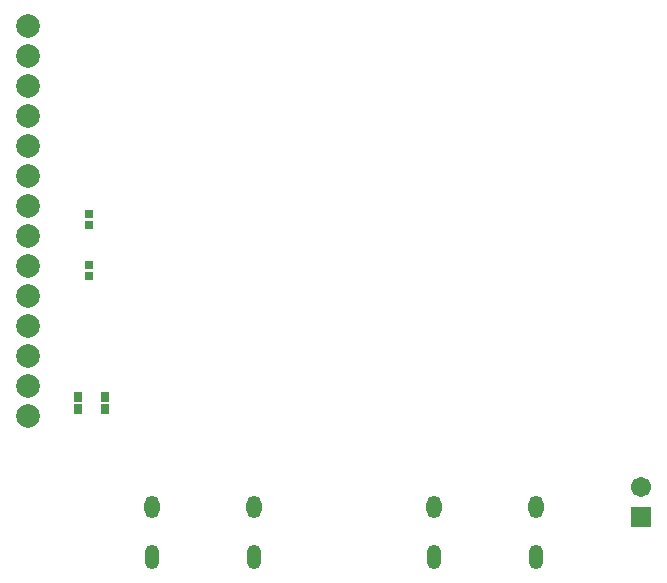
<source format=gbs>
G04*
G04 #@! TF.GenerationSoftware,Altium Limited,Altium Designer,25.0.2 (28)*
G04*
G04 Layer_Color=16711935*
%FSLAX25Y25*%
%MOIN*%
G70*
G04*
G04 #@! TF.SameCoordinates,2A04F1A2-3F02-4B23-887A-497E0413F5F6*
G04*
G04*
G04 #@! TF.FilePolarity,Negative*
G04*
G01*
G75*
%ADD33R,0.02526X0.02627*%
%ADD38R,0.02526X0.03511*%
%ADD48O,0.04725X0.08268*%
%ADD49O,0.05118X0.07480*%
%ADD50C,0.07887*%
%ADD51R,0.06706X0.06706*%
%ADD52C,0.06706*%
D33*
X36000Y118296D02*
D03*
Y121704D02*
D03*
Y101296D02*
D03*
Y104704D02*
D03*
D38*
X32300Y60946D02*
D03*
Y56654D02*
D03*
X41300Y60946D02*
D03*
Y56654D02*
D03*
D48*
X150972Y7564D02*
D03*
X185028D02*
D03*
X91181D02*
D03*
X57126D02*
D03*
D49*
X150972Y24101D02*
D03*
X185028D02*
D03*
X91181D02*
D03*
X57126D02*
D03*
D50*
X15600Y184600D02*
D03*
Y64600D02*
D03*
Y114600D02*
D03*
Y144600D02*
D03*
Y74600D02*
D03*
Y84600D02*
D03*
Y104600D02*
D03*
Y164600D02*
D03*
Y134600D02*
D03*
Y174600D02*
D03*
Y94600D02*
D03*
Y154600D02*
D03*
Y54600D02*
D03*
Y124600D02*
D03*
D51*
X220101Y20932D02*
D03*
D52*
Y30775D02*
D03*
M02*

</source>
